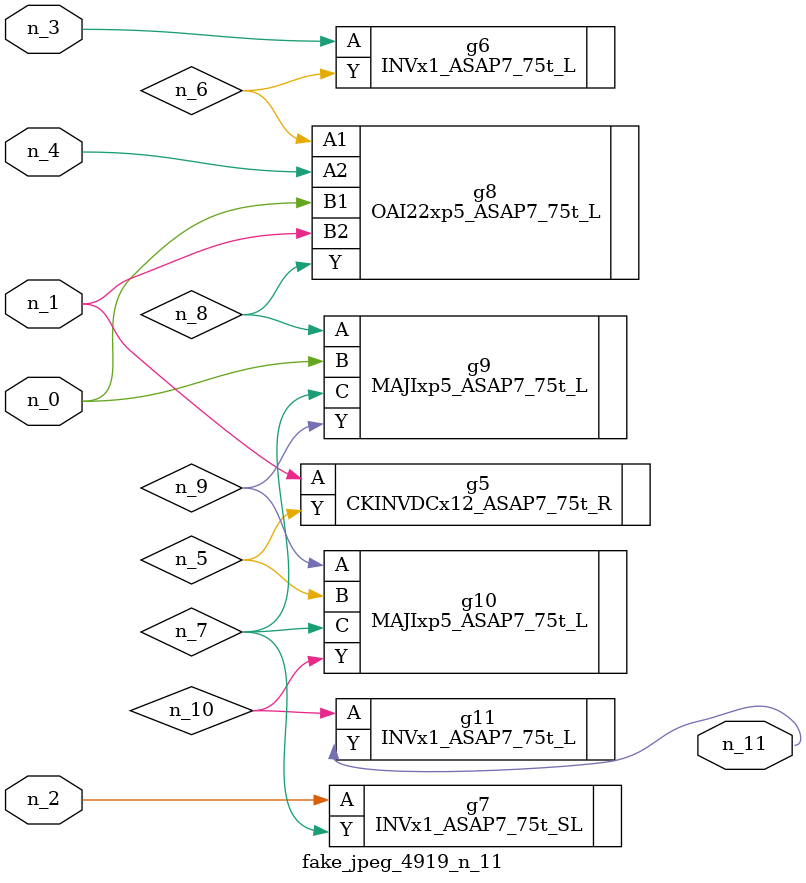
<source format=v>
module fake_jpeg_4919_n_11 (n_3, n_2, n_1, n_0, n_4, n_11);

input n_3;
input n_2;
input n_1;
input n_0;
input n_4;

output n_11;

wire n_10;
wire n_8;
wire n_9;
wire n_6;
wire n_5;
wire n_7;

CKINVDCx12_ASAP7_75t_R g5 ( 
.A(n_1),
.Y(n_5)
);

INVx1_ASAP7_75t_L g6 ( 
.A(n_3),
.Y(n_6)
);

INVx1_ASAP7_75t_SL g7 ( 
.A(n_2),
.Y(n_7)
);

OAI22xp5_ASAP7_75t_L g8 ( 
.A1(n_6),
.A2(n_4),
.B1(n_0),
.B2(n_1),
.Y(n_8)
);

MAJIxp5_ASAP7_75t_L g9 ( 
.A(n_8),
.B(n_0),
.C(n_7),
.Y(n_9)
);

MAJIxp5_ASAP7_75t_L g10 ( 
.A(n_9),
.B(n_5),
.C(n_7),
.Y(n_10)
);

INVx1_ASAP7_75t_L g11 ( 
.A(n_10),
.Y(n_11)
);


endmodule
</source>
